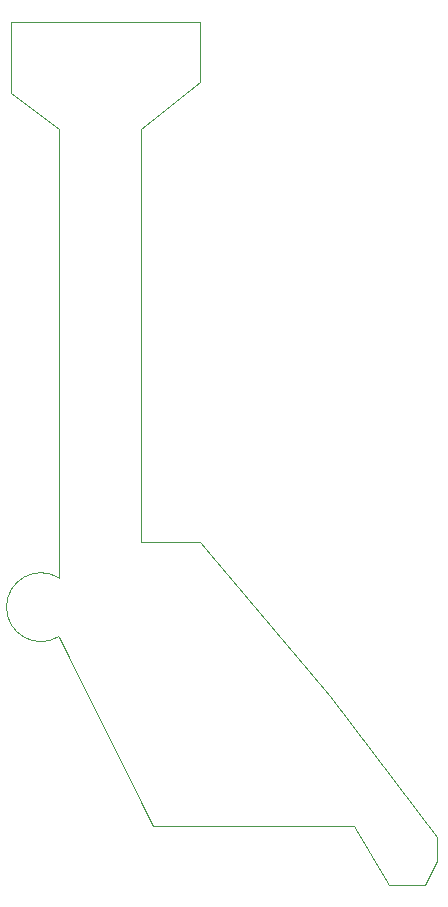
<source format=gbr>
G04 DipTrace 4.0.0.2*
G04 BoardOutline.gbr*
%MOIN*%
G04 #@! TF.FileFunction,Profile*
G04 #@! TF.Part,Single*
%ADD10C,0.004724*%
%FSLAX26Y26*%
G04*
G70*
G90*
G75*
G01*
G04 BoardOutline*
%LPD*%
X1039979Y3267716D2*
D10*
X410057D1*
Y3031495D1*
X567538Y2913385D1*
Y1417322D1*
G03X567538Y1220472I-59055J-98425D01*
G01*
X882498Y590550D1*
X1551790D1*
X1669900Y393700D1*
X1788010D1*
X1827380Y472440D1*
Y551180D1*
X1473049Y1023621D1*
X1039979Y1535432D1*
X843128D1*
Y2913385D1*
X1039979Y3070865D1*
Y3267716D1*
M02*

</source>
